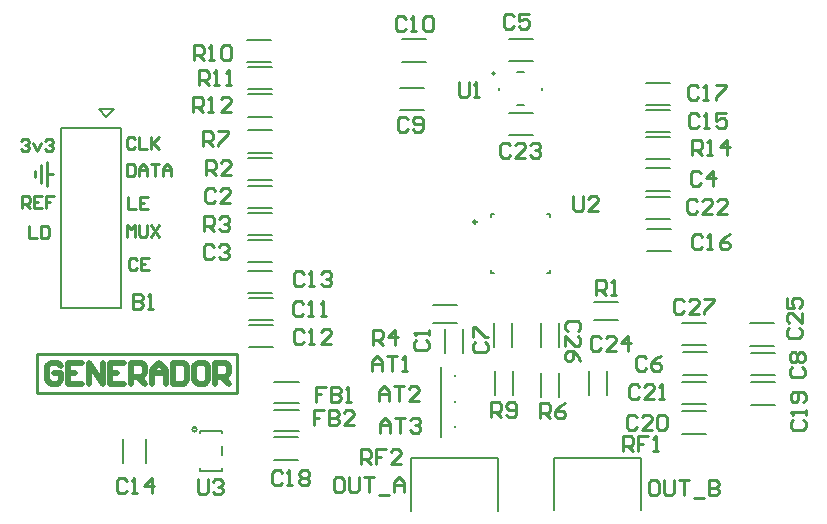
<source format=gto>
G04*
G04 #@! TF.GenerationSoftware,Altium Limited,Altium Designer,24.5.2 (23)*
G04*
G04 Layer_Color=65535*
%FSLAX25Y25*%
%MOIN*%
G70*
G04*
G04 #@! TF.SameCoordinates,466BDFCD-25A3-4837-BAAA-452BE7E626CC*
G04*
G04*
G04 #@! TF.FilePolarity,Positive*
G04*
G01*
G75*
%ADD10C,0.00500*%
%ADD11C,0.00984*%
%ADD12C,0.01000*%
%ADD13C,0.00787*%
%ADD14C,0.02000*%
D10*
X163639Y150894D02*
G03*
X163639Y150894I-557J0D01*
G01*
X64170Y32193D02*
G03*
X64170Y32193I-787J0D01*
G01*
X183228Y22795D02*
X212228D01*
Y5295D02*
Y22795D01*
X183228Y5295D02*
Y22795D01*
X145484Y38098D02*
Y53098D01*
Y38098D02*
Y43598D01*
Y29598D02*
Y38098D01*
X135484Y5098D02*
Y22598D01*
X164484Y5098D02*
Y22598D01*
X135484D02*
X164484D01*
X150181Y32902D02*
Y33295D01*
Y41402D02*
Y41795D01*
Y49870D02*
Y50264D01*
X146984Y57598D02*
Y65598D01*
X152984Y57598D02*
Y65598D01*
X81130Y106002D02*
X89130D01*
X81130Y113502D02*
X89130D01*
X81130Y95392D02*
X89130D01*
X81130Y87892D02*
X89130D01*
X214004Y111711D02*
X222004D01*
X214004Y119211D02*
X222004D01*
X168138Y155018D02*
X176138D01*
X168138Y162518D02*
X176138D01*
X226209Y50490D02*
X234209D01*
X226209Y57990D02*
X234209D01*
X163232Y59689D02*
Y67689D01*
X169232Y59689D02*
Y67689D01*
X249043Y50293D02*
X257043D01*
X249043Y57793D02*
X257043D01*
X131720Y138679D02*
X139720D01*
X131720Y146179D02*
X139720D01*
X132705Y154821D02*
X140705D01*
X132705Y162321D02*
X140705D01*
X81524Y76155D02*
X89524D01*
X81524Y68655D02*
X89524D01*
X81524Y67045D02*
X89524D01*
X81524Y59545D02*
X89524D01*
X39553Y21106D02*
Y29106D01*
X47054Y21106D02*
Y29106D01*
X214004Y131287D02*
X222004D01*
X214004Y138787D02*
X222004D01*
X214201Y91632D02*
X222201D01*
X214201Y99132D02*
X222201D01*
X214004Y140288D02*
X222004D01*
X214004Y147788D02*
X222004D01*
X89894Y22144D02*
X97894D01*
X89894Y29644D02*
X97894D01*
X249043Y40451D02*
X257043D01*
X249043Y47951D02*
X257043D01*
X226012Y38305D02*
X234012D01*
X226012Y30805D02*
X234012D01*
X225815Y40648D02*
X233815D01*
X225815Y48148D02*
X233815D01*
X214004Y102262D02*
X222004D01*
X214004Y109762D02*
X222004D01*
X196681Y74563D02*
X204681D01*
X196681Y68563D02*
X204681D01*
X81327Y122754D02*
X89327D01*
X81327Y115254D02*
X89327D01*
X81130Y96893D02*
X89130D01*
X81130Y104393D02*
X89130D01*
X142941Y67777D02*
X150941D01*
X142941Y73777D02*
X150941D01*
X178980Y43154D02*
Y51154D01*
X184980Y43154D02*
Y51154D01*
X81130Y124506D02*
X89130D01*
X81130Y132006D02*
X89130D01*
X163429Y43547D02*
Y51547D01*
X169429Y43547D02*
Y51547D01*
X80933Y162124D02*
X88933D01*
X80933Y154624D02*
X88933D01*
X81130Y145569D02*
X89130D01*
X81130Y153069D02*
X89130D01*
X81130Y136514D02*
X89130D01*
X81130Y144014D02*
X89130D01*
X214004Y122286D02*
X222004D01*
X214004Y129786D02*
X222004D01*
X165051Y145382D02*
Y146169D01*
X170957Y140264D02*
X173319D01*
X170957Y151287D02*
X173319D01*
X179224Y145382D02*
Y146169D01*
X65351Y31799D02*
X65744D01*
X65351Y31012D02*
Y31799D01*
X71650D02*
X72437D01*
Y31012D02*
Y31799D01*
X65744D02*
X71650D01*
X72437Y18413D02*
Y19201D01*
X65351Y18413D02*
Y19201D01*
Y18413D02*
X72437D01*
Y23531D02*
Y26681D01*
X168138Y137715D02*
X176138D01*
X168138Y130215D02*
X176138D01*
X194728Y43744D02*
Y51744D01*
X200728Y43744D02*
Y51744D01*
X248650Y60136D02*
X256650D01*
X248650Y67636D02*
X256650D01*
X178980Y59689D02*
Y67689D01*
X184980Y59689D02*
Y67689D01*
X226012Y67833D02*
X234012D01*
X226012Y60333D02*
X234012D01*
X18949Y72705D02*
X38949D01*
X33949Y136376D02*
X36449Y138876D01*
X31449D02*
X36449D01*
X31449D02*
X33949Y136376D01*
X18949Y132626D02*
X38949D01*
X18949Y72705D02*
Y132626D01*
X38949Y72705D02*
Y132626D01*
X81327Y85155D02*
X89327D01*
X81327Y77656D02*
X89327D01*
D11*
X157350Y101381D02*
G03*
X157350Y101381I-492J0D01*
G01*
D12*
X10917Y44398D02*
X77650D01*
X10917Y57193D02*
X77650D01*
Y44398D02*
Y57193D01*
X10917Y44398D02*
Y57193D01*
X14264Y117429D02*
X16232D01*
X10327Y116445D02*
Y118413D01*
X12295Y114476D02*
Y120382D01*
X14264Y113492D02*
Y121366D01*
X217369Y15248D02*
X215703D01*
X214870Y14415D01*
Y11083D01*
X215703Y10250D01*
X217369D01*
X218202Y11083D01*
Y14415D01*
X217369Y15248D01*
X219868D02*
Y11083D01*
X220702Y10250D01*
X222368D01*
X223201Y11083D01*
Y15248D01*
X224867D02*
X228199D01*
X226533D01*
Y10250D01*
X229865Y9417D02*
X233197D01*
X234864Y15248D02*
Y10250D01*
X237363D01*
X238196Y11083D01*
Y11916D01*
X237363Y12749D01*
X234864D01*
X237363D01*
X238196Y13582D01*
Y14415D01*
X237363Y15248D01*
X234864D01*
X8374Y100091D02*
Y96092D01*
X11040D01*
X12373Y100091D02*
Y96092D01*
X14372D01*
X15039Y96758D01*
Y99424D01*
X14372Y100091D01*
X12373D01*
X5815Y106131D02*
Y110130D01*
X7814D01*
X8481Y109464D01*
Y108131D01*
X7814Y107464D01*
X5815D01*
X7148D02*
X8481Y106131D01*
X12479Y110130D02*
X9814D01*
Y106131D01*
X12479D01*
X9814Y108131D02*
X11147D01*
X16478Y110130D02*
X13812D01*
Y108131D01*
X15145D01*
X13812D01*
Y106131D01*
X5618Y128361D02*
X6285Y129028D01*
X7617D01*
X8284Y128361D01*
Y127695D01*
X7617Y127028D01*
X6951D01*
X7617D01*
X8284Y126362D01*
Y125695D01*
X7617Y125029D01*
X6285D01*
X5618Y125695D01*
X9617Y127695D02*
X10950Y125029D01*
X12283Y127695D01*
X13615Y128361D02*
X14282Y129028D01*
X15615D01*
X16281Y128361D01*
Y127695D01*
X15615Y127028D01*
X14948D01*
X15615D01*
X16281Y126362D01*
Y125695D01*
X15615Y125029D01*
X14282D01*
X13615Y125695D01*
X40854Y96289D02*
Y100287D01*
X42187Y98954D01*
X43520Y100287D01*
Y96289D01*
X44853Y100287D02*
Y96955D01*
X45520Y96289D01*
X46852D01*
X47519Y96955D01*
Y100287D01*
X48852D02*
X51518Y96289D01*
Y100287D02*
X48852Y96289D01*
X43520Y129148D02*
X42854Y129815D01*
X41521D01*
X40854Y129148D01*
Y126483D01*
X41521Y125816D01*
X42854D01*
X43520Y126483D01*
X44853Y129815D02*
Y125816D01*
X47519D01*
X48852Y129815D02*
Y125816D01*
Y127149D01*
X51518Y129815D01*
X49518Y127816D01*
X51518Y125816D01*
X40854Y120563D02*
Y116564D01*
X42854D01*
X43520Y117231D01*
Y119896D01*
X42854Y120563D01*
X40854D01*
X44853Y116564D02*
Y119230D01*
X46186Y120563D01*
X47519Y119230D01*
Y116564D01*
Y118564D01*
X44853D01*
X48852Y120563D02*
X51518D01*
X50185D01*
Y116564D01*
X52851D02*
Y119230D01*
X54183Y120563D01*
X55516Y119230D01*
Y116564D01*
Y118564D01*
X52851D01*
X41248Y109539D02*
Y105541D01*
X43914D01*
X47912Y109539D02*
X45247D01*
Y105541D01*
X47912D01*
X45247Y107540D02*
X46580D01*
X44308Y88794D02*
X43641Y89461D01*
X42308D01*
X41642Y88794D01*
Y86128D01*
X42308Y85462D01*
X43641D01*
X44308Y86128D01*
X48306Y89461D02*
X45640D01*
Y85462D01*
X48306D01*
X45640Y87461D02*
X46973D01*
X112251Y16232D02*
X110585D01*
X109752Y15399D01*
Y12067D01*
X110585Y11234D01*
X112251D01*
X113084Y12067D01*
Y15399D01*
X112251Y16232D01*
X114750D02*
Y12067D01*
X115583Y11234D01*
X117250D01*
X118083Y12067D01*
Y16232D01*
X119749D02*
X123081D01*
X121415D01*
Y11234D01*
X124747Y10401D02*
X128079D01*
X129745Y11234D02*
Y14566D01*
X131412Y16232D01*
X133078Y14566D01*
Y11234D01*
Y13733D01*
X129745D01*
X125320Y31099D02*
Y34431D01*
X126986Y36098D01*
X128652Y34431D01*
Y31099D01*
Y33598D01*
X125320D01*
X130318Y36098D02*
X133650D01*
X131984D01*
Y31099D01*
X135317Y35265D02*
X136150Y36098D01*
X137816D01*
X138649Y35265D01*
Y34431D01*
X137816Y33598D01*
X136983D01*
X137816D01*
X138649Y32765D01*
Y31932D01*
X137816Y31099D01*
X136150D01*
X135317Y31932D01*
X124820Y41599D02*
Y44932D01*
X126486Y46598D01*
X128152Y44932D01*
Y41599D01*
Y44098D01*
X124820D01*
X129818Y46598D02*
X133150D01*
X131484D01*
Y41599D01*
X138149D02*
X134817D01*
X138149Y44932D01*
Y45765D01*
X137316Y46598D01*
X135650D01*
X134817Y45765D01*
X122653Y51599D02*
Y54931D01*
X124319Y56598D01*
X125985Y54931D01*
Y51599D01*
Y54098D01*
X122653D01*
X127651Y56598D02*
X130983D01*
X129317D01*
Y51599D01*
X132650D02*
X134316D01*
X133483D01*
Y56598D01*
X132650Y55765D01*
X137294Y61992D02*
X136461Y61159D01*
Y59493D01*
X137294Y58660D01*
X140627D01*
X141460Y59493D01*
Y61159D01*
X140627Y61992D01*
X141460Y63658D02*
Y65324D01*
Y64491D01*
X136461D01*
X137294Y63658D01*
X70320Y111812D02*
X69487Y112645D01*
X67821D01*
X66988Y111812D01*
Y108479D01*
X67821Y107647D01*
X69487D01*
X70320Y108479D01*
X75319Y107647D02*
X71987D01*
X75319Y110979D01*
Y111812D01*
X74486Y112645D01*
X72820D01*
X71987Y111812D01*
X69730Y93111D02*
X68897Y93944D01*
X67231D01*
X66398Y93111D01*
Y89779D01*
X67231Y88946D01*
X68897D01*
X69730Y89779D01*
X71396Y93111D02*
X72229Y93944D01*
X73895D01*
X74728Y93111D01*
Y92278D01*
X73895Y91445D01*
X73062D01*
X73895D01*
X74728Y90612D01*
Y89779D01*
X73895Y88946D01*
X72229D01*
X71396Y89779D01*
X232132Y117520D02*
X231298Y118353D01*
X229632D01*
X228799Y117520D01*
Y114188D01*
X229632Y113355D01*
X231298D01*
X232132Y114188D01*
X236297Y113355D02*
Y118353D01*
X233798Y115854D01*
X237130D01*
X169723Y169914D02*
X168890Y170747D01*
X167224D01*
X166391Y169914D01*
Y166582D01*
X167224Y165749D01*
X168890D01*
X169723Y166582D01*
X174721Y170747D02*
X171389D01*
Y168248D01*
X173055Y169081D01*
X173888D01*
X174721Y168248D01*
Y166582D01*
X173888Y165749D01*
X172222D01*
X171389Y166582D01*
X214021Y55906D02*
X213188Y56739D01*
X211522D01*
X210689Y55906D01*
Y52574D01*
X211522Y51741D01*
X213188D01*
X214021Y52574D01*
X219020Y56739D02*
X217354Y55906D01*
X215687Y54240D01*
Y52574D01*
X216520Y51741D01*
X218187D01*
X219020Y52574D01*
Y53407D01*
X218187Y54240D01*
X215687D01*
X156889Y61281D02*
X156056Y60448D01*
Y58782D01*
X156889Y57949D01*
X160221D01*
X161054Y58782D01*
Y60448D01*
X160221Y61281D01*
X156056Y62947D02*
Y66280D01*
X156889D01*
X160221Y62947D01*
X161054D01*
X262598Y53013D02*
X261765Y52180D01*
Y50514D01*
X262598Y49681D01*
X265930D01*
X266763Y50514D01*
Y52180D01*
X265930Y53013D01*
X262598Y54680D02*
X261765Y55513D01*
Y57179D01*
X262598Y58012D01*
X263431D01*
X264264Y57179D01*
X265097Y58012D01*
X265930D01*
X266763Y57179D01*
Y55513D01*
X265930Y54680D01*
X265097D01*
X264264Y55513D01*
X263431Y54680D01*
X262598D01*
X264264Y55513D02*
Y57179D01*
X134494Y135631D02*
X133661Y136464D01*
X131994D01*
X131161Y135631D01*
Y132298D01*
X131994Y131465D01*
X133661D01*
X134494Y132298D01*
X136160D02*
X136993Y131465D01*
X138659D01*
X139492Y132298D01*
Y135631D01*
X138659Y136464D01*
X136993D01*
X136160Y135631D01*
Y134798D01*
X136993Y133965D01*
X139492D01*
X133789Y169095D02*
X132956Y169928D01*
X131290D01*
X130457Y169095D01*
Y165763D01*
X131290Y164930D01*
X132956D01*
X133789Y165763D01*
X135455Y164930D02*
X137121D01*
X136288D01*
Y169928D01*
X135455Y169095D01*
X139620D02*
X140454Y169928D01*
X142120D01*
X142953Y169095D01*
Y165763D01*
X142120Y164930D01*
X140454D01*
X139620Y165763D01*
Y169095D01*
X99583Y74071D02*
X98750Y74904D01*
X97083D01*
X96250Y74071D01*
Y70738D01*
X97083Y69905D01*
X98750D01*
X99583Y70738D01*
X101249Y69905D02*
X102915D01*
X102082D01*
Y74904D01*
X101249Y74071D01*
X105414Y69905D02*
X107080D01*
X106247D01*
Y74904D01*
X105414Y74071D01*
X99734Y64764D02*
X98901Y65598D01*
X97235D01*
X96402Y64764D01*
Y61432D01*
X97235Y60599D01*
X98901D01*
X99734Y61432D01*
X101400Y60599D02*
X103066D01*
X102233D01*
Y65598D01*
X101400Y64764D01*
X108898Y60599D02*
X105565D01*
X108898Y63932D01*
Y64764D01*
X108064Y65598D01*
X106398D01*
X105565Y64764D01*
X40876Y15158D02*
X40042Y15991D01*
X38376D01*
X37543Y15158D01*
Y11826D01*
X38376Y10993D01*
X40042D01*
X40876Y11826D01*
X42542Y10993D02*
X44208D01*
X43375D01*
Y15991D01*
X42542Y15158D01*
X49206Y10993D02*
Y15991D01*
X46707Y13492D01*
X50039D01*
X231427Y136758D02*
X230594Y137591D01*
X228928D01*
X228095Y136758D01*
Y133425D01*
X228928Y132592D01*
X230594D01*
X231427Y133425D01*
X233093Y132592D02*
X234759D01*
X233926D01*
Y137591D01*
X233093Y136758D01*
X240591Y137591D02*
X237258D01*
Y135092D01*
X238924Y135925D01*
X239757D01*
X240591Y135092D01*
Y133425D01*
X239757Y132592D01*
X238091D01*
X237258Y133425D01*
X232608Y96457D02*
X231775Y97290D01*
X230109D01*
X229276Y96457D01*
Y93125D01*
X230109Y92292D01*
X231775D01*
X232608Y93125D01*
X234274Y92292D02*
X235940D01*
X235107D01*
Y97290D01*
X234274Y96457D01*
X241772Y97290D02*
X240106Y96457D01*
X238439Y94791D01*
Y93125D01*
X239272Y92292D01*
X240938D01*
X241772Y93125D01*
Y93958D01*
X240938Y94791D01*
X238439D01*
X231230Y146206D02*
X230397Y147040D01*
X228731D01*
X227898Y146206D01*
Y142874D01*
X228731Y142041D01*
X230397D01*
X231230Y142874D01*
X232896Y142041D02*
X234562D01*
X233729D01*
Y147040D01*
X232896Y146206D01*
X237061Y147040D02*
X240394D01*
Y146206D01*
X237061Y142874D01*
Y142041D01*
X92553Y17717D02*
X91720Y18550D01*
X90054D01*
X89221Y17717D01*
Y14385D01*
X90054Y13552D01*
X91720D01*
X92553Y14385D01*
X94219Y13552D02*
X95885D01*
X95052D01*
Y18550D01*
X94219Y17717D01*
X98384D02*
X99218Y18550D01*
X100884D01*
X101717Y17717D01*
Y16884D01*
X100884Y16051D01*
X101717Y15218D01*
Y14385D01*
X100884Y13552D01*
X99218D01*
X98384Y14385D01*
Y15218D01*
X99218Y16051D01*
X98384Y16884D01*
Y17717D01*
X99218Y16051D02*
X100884D01*
X262991Y35380D02*
X262158Y34547D01*
Y32880D01*
X262991Y32047D01*
X266324D01*
X267157Y32880D01*
Y34547D01*
X266324Y35380D01*
X267157Y37046D02*
Y38712D01*
Y37879D01*
X262158D01*
X262991Y37046D01*
X266324Y41211D02*
X267157Y42044D01*
Y43710D01*
X266324Y44543D01*
X262991D01*
X262158Y43710D01*
Y42044D01*
X262991Y41211D01*
X263824D01*
X264657Y42044D01*
Y44543D01*
X210735Y36221D02*
X209902Y37054D01*
X208236D01*
X207402Y36221D01*
Y32889D01*
X208236Y32056D01*
X209902D01*
X210735Y32889D01*
X215733Y32056D02*
X212401D01*
X215733Y35388D01*
Y36221D01*
X214900Y37054D01*
X213234D01*
X212401Y36221D01*
X217399D02*
X218232Y37054D01*
X219898D01*
X220731Y36221D01*
Y32889D01*
X219898Y32056D01*
X218232D01*
X217399Y32889D01*
Y36221D01*
X211568Y46457D02*
X210735Y47291D01*
X209069D01*
X208236Y46457D01*
Y43125D01*
X209069Y42292D01*
X210735D01*
X211568Y43125D01*
X216566Y42292D02*
X213234D01*
X216566Y45624D01*
Y46457D01*
X215733Y47291D01*
X214067D01*
X213234Y46457D01*
X218232Y42292D02*
X219898D01*
X219065D01*
Y47291D01*
X218232Y46457D01*
X231010Y108268D02*
X230177Y109102D01*
X228511D01*
X227678Y108268D01*
Y104936D01*
X228511Y104103D01*
X230177D01*
X231010Y104936D01*
X236009Y104103D02*
X232676D01*
X236009Y107435D01*
Y108268D01*
X235176Y109102D01*
X233509D01*
X232676Y108268D01*
X241007Y104103D02*
X237675D01*
X241007Y107435D01*
Y108268D01*
X240174Y109102D01*
X238508D01*
X237675Y108268D01*
X107143Y46503D02*
X103811D01*
Y44004D01*
X105477D01*
X103811D01*
Y41505D01*
X108809Y46503D02*
Y41505D01*
X111308D01*
X112141Y42338D01*
Y43171D01*
X111308Y44004D01*
X108809D01*
X111308D01*
X112141Y44837D01*
Y45670D01*
X111308Y46503D01*
X108809D01*
X113807Y41505D02*
X115473D01*
X114640D01*
Y46503D01*
X113807Y45670D01*
X106507Y38629D02*
X103174D01*
Y36130D01*
X104841D01*
X103174D01*
Y33631D01*
X108173Y38629D02*
Y33631D01*
X110672D01*
X111505Y34464D01*
Y35297D01*
X110672Y36130D01*
X108173D01*
X110672D01*
X111505Y36963D01*
Y37796D01*
X110672Y38629D01*
X108173D01*
X116503Y33631D02*
X113171D01*
X116503Y36963D01*
Y37796D01*
X115670Y38629D01*
X114004D01*
X113171Y37796D01*
X118820Y20599D02*
Y25598D01*
X121319D01*
X122152Y24765D01*
Y23098D01*
X121319Y22265D01*
X118820D01*
X120486D02*
X122152Y20599D01*
X127150Y25598D02*
X123818D01*
Y23098D01*
X125484D01*
X123818D01*
Y20599D01*
X132149D02*
X128816D01*
X132149Y23932D01*
Y24765D01*
X131316Y25598D01*
X129650D01*
X128816Y24765D01*
X197349Y77135D02*
Y82133D01*
X199848D01*
X200681Y81300D01*
Y79634D01*
X199848Y78801D01*
X197349D01*
X199015D02*
X200681Y77135D01*
X202347D02*
X204013D01*
X203180D01*
Y82133D01*
X202347Y81300D01*
X67185Y116899D02*
Y121897D01*
X69684D01*
X70517Y121064D01*
Y119398D01*
X69684Y118565D01*
X67185D01*
X68851D02*
X70517Y116899D01*
X75516D02*
X72184D01*
X75516Y120231D01*
Y121064D01*
X74683Y121897D01*
X73017D01*
X72184Y121064D01*
X66594Y98340D02*
Y103339D01*
X69094D01*
X69927Y102506D01*
Y100840D01*
X69094Y100006D01*
X66594D01*
X68261D02*
X69927Y98340D01*
X71593Y102506D02*
X72426Y103339D01*
X74092D01*
X74925Y102506D01*
Y101673D01*
X74092Y100840D01*
X73259D01*
X74092D01*
X74925Y100006D01*
Y99173D01*
X74092Y98340D01*
X72426D01*
X71593Y99173D01*
X122835Y60502D02*
Y65501D01*
X125334D01*
X126167Y64667D01*
Y63001D01*
X125334Y62168D01*
X122835D01*
X124501D02*
X126167Y60502D01*
X130332D02*
Y65501D01*
X127833Y63001D01*
X131165D01*
X178602Y35993D02*
Y40991D01*
X181102D01*
X181935Y40158D01*
Y38492D01*
X181102Y37659D01*
X178602D01*
X180269D02*
X181935Y35993D01*
X186933Y40991D02*
X185267Y40158D01*
X183601Y38492D01*
Y36826D01*
X184434Y35993D01*
X186100D01*
X186933Y36826D01*
Y37659D01*
X186100Y38492D01*
X183601D01*
X66201Y126544D02*
Y131543D01*
X68700D01*
X69533Y130709D01*
Y129043D01*
X68700Y128210D01*
X66201D01*
X67867D02*
X69533Y126544D01*
X71199Y131543D02*
X74532D01*
Y130709D01*
X71199Y127377D01*
Y126544D01*
X162264Y36190D02*
Y41188D01*
X164763D01*
X165596Y40355D01*
Y38689D01*
X164763Y37856D01*
X162264D01*
X163930D02*
X165596Y36190D01*
X167262Y37023D02*
X168095Y36190D01*
X169761D01*
X170595Y37023D01*
Y40355D01*
X169761Y41188D01*
X168095D01*
X167262Y40355D01*
Y39522D01*
X168095Y38689D01*
X170595D01*
X63134Y155284D02*
Y160283D01*
X65633D01*
X66466Y159450D01*
Y157783D01*
X65633Y156950D01*
X63134D01*
X64800D02*
X66466Y155284D01*
X68132D02*
X69798D01*
X68965D01*
Y160283D01*
X68132Y159450D01*
X72298D02*
X73131Y160283D01*
X74797D01*
X75630Y159450D01*
Y156117D01*
X74797Y155284D01*
X73131D01*
X72298Y156117D01*
Y159450D01*
X64754Y147017D02*
Y152015D01*
X67254D01*
X68087Y151182D01*
Y149516D01*
X67254Y148683D01*
X64754D01*
X66421D02*
X68087Y147017D01*
X69753D02*
X71419D01*
X70586D01*
Y152015D01*
X69753Y151182D01*
X73918Y147017D02*
X75584D01*
X74751D01*
Y152015D01*
X73918Y151182D01*
X62937Y138158D02*
Y143157D01*
X65436D01*
X66269Y142324D01*
Y140657D01*
X65436Y139824D01*
X62937D01*
X64603D02*
X66269Y138158D01*
X67935D02*
X69602D01*
X68769D01*
Y143157D01*
X67935Y142324D01*
X75433Y138158D02*
X72101D01*
X75433Y141491D01*
Y142324D01*
X74600Y143157D01*
X72934D01*
X72101Y142324D01*
X229276Y123734D02*
Y128733D01*
X231775D01*
X232608Y127899D01*
Y126233D01*
X231775Y125400D01*
X229276D01*
X230942D02*
X232608Y123734D01*
X234274D02*
X235940D01*
X235107D01*
Y128733D01*
X234274Y127899D01*
X240938Y123734D02*
Y128733D01*
X238439Y126233D01*
X241772D01*
X151483Y147881D02*
Y143716D01*
X152316Y142883D01*
X153982D01*
X154815Y143716D01*
Y147881D01*
X156481Y142883D02*
X158147D01*
X157314D01*
Y147881D01*
X156481Y147048D01*
X64429Y15598D02*
Y11432D01*
X65262Y10599D01*
X66928D01*
X67761Y11432D01*
Y15598D01*
X69428Y14765D02*
X70261Y15598D01*
X71927D01*
X72760Y14765D01*
Y13931D01*
X71927Y13098D01*
X71094D01*
X71927D01*
X72760Y12265D01*
Y11432D01*
X71927Y10599D01*
X70261D01*
X69428Y11432D01*
X189626Y109889D02*
Y105724D01*
X190459Y104891D01*
X192125D01*
X192958Y105724D01*
Y109889D01*
X197957Y104891D02*
X194624D01*
X197957Y108223D01*
Y109056D01*
X197124Y109889D01*
X195457D01*
X194624Y109056D01*
X168609Y126969D02*
X167776Y127802D01*
X166110D01*
X165276Y126969D01*
Y123637D01*
X166110Y122804D01*
X167776D01*
X168609Y123637D01*
X173607Y122804D02*
X170275D01*
X173607Y126136D01*
Y126969D01*
X172774Y127802D01*
X171108D01*
X170275Y126969D01*
X175273D02*
X176106Y127802D01*
X177772D01*
X178605Y126969D01*
Y126136D01*
X177772Y125303D01*
X176939D01*
X177772D01*
X178605Y124470D01*
Y123637D01*
X177772Y122804D01*
X176106D01*
X175273Y123637D01*
X198727Y62599D02*
X197894Y63432D01*
X196228D01*
X195395Y62599D01*
Y59267D01*
X196228Y58434D01*
X197894D01*
X198727Y59267D01*
X203725Y58434D02*
X200393D01*
X203725Y61766D01*
Y62599D01*
X202892Y63432D01*
X201226D01*
X200393Y62599D01*
X207891Y58434D02*
Y63432D01*
X205391Y60933D01*
X208724D01*
X261613Y66065D02*
X260780Y65232D01*
Y63566D01*
X261613Y62733D01*
X264946D01*
X265779Y63566D01*
Y65232D01*
X264946Y66065D01*
X265779Y71064D02*
Y67731D01*
X262446Y71064D01*
X261613D01*
X260780Y70231D01*
Y68565D01*
X261613Y67731D01*
X260780Y76062D02*
Y72730D01*
X263280D01*
X262446Y74396D01*
Y75229D01*
X263280Y76062D01*
X264946D01*
X265779Y75229D01*
Y73563D01*
X264946Y72730D01*
X191127Y64856D02*
X191960Y65689D01*
Y67355D01*
X191127Y68188D01*
X187794D01*
X186961Y67355D01*
Y65689D01*
X187794Y64856D01*
X186961Y59857D02*
Y63190D01*
X190294Y59857D01*
X191127D01*
X191960Y60690D01*
Y62357D01*
X191127Y63190D01*
X191960Y54859D02*
X191127Y56525D01*
X189461Y58191D01*
X187794D01*
X186961Y57358D01*
Y55692D01*
X187794Y54859D01*
X188628D01*
X189461Y55692D01*
Y58191D01*
X226483Y75001D02*
X225650Y75834D01*
X223984D01*
X223150Y75001D01*
Y71668D01*
X223984Y70836D01*
X225650D01*
X226483Y71668D01*
X231481Y70836D02*
X228149D01*
X231481Y74168D01*
Y75001D01*
X230648Y75834D01*
X228982D01*
X228149Y75001D01*
X233147Y75834D02*
X236479D01*
Y75001D01*
X233147Y71668D01*
Y70836D01*
X206267Y24969D02*
Y29968D01*
X208766D01*
X209599Y29135D01*
Y27468D01*
X208766Y26635D01*
X206267D01*
X207933D02*
X209599Y24969D01*
X214598Y29968D02*
X211265D01*
Y27468D01*
X212931D01*
X211265D01*
Y24969D01*
X216264D02*
X217930D01*
X217097D01*
Y29968D01*
X216264Y29135D01*
X42821Y77409D02*
Y72410D01*
X45320D01*
X46154Y73243D01*
Y74076D01*
X45320Y74910D01*
X42821D01*
X45320D01*
X46154Y75743D01*
Y76576D01*
X45320Y77409D01*
X42821D01*
X47820Y72410D02*
X49486D01*
X48653D01*
Y77409D01*
X47820Y76576D01*
X99734Y84056D02*
X98901Y84889D01*
X97235D01*
X96402Y84056D01*
Y80724D01*
X97235Y79891D01*
X98901D01*
X99734Y80724D01*
X101400Y79891D02*
X103066D01*
X102233D01*
Y84889D01*
X101400Y84056D01*
X105565D02*
X106398Y84889D01*
X108064D01*
X108898Y84056D01*
Y83223D01*
X108064Y82390D01*
X107231D01*
X108064D01*
X108898Y81557D01*
Y80724D01*
X108064Y79891D01*
X106398D01*
X105565Y80724D01*
D13*
X90039Y48039D02*
X98142D01*
X90039Y41150D02*
X98142D01*
X90039Y38591D02*
X98142D01*
X90039Y31701D02*
X98142D01*
X162295Y84353D02*
X163279D01*
X162295D02*
Y85338D01*
Y103054D02*
Y104038D01*
X163279D01*
X181980Y84353D02*
Y85338D01*
X180996Y84353D02*
X181980D01*
Y103054D02*
Y104038D01*
X180996D02*
X181980D01*
D14*
X18960Y53239D02*
X17794Y54405D01*
X15462D01*
X14295Y53239D01*
Y48574D01*
X15462Y47408D01*
X17794D01*
X18960Y48574D01*
Y50907D01*
X16628D01*
X25958Y54405D02*
X21293D01*
Y47408D01*
X25958D01*
X21293Y50907D02*
X23626D01*
X28291Y47408D02*
Y54405D01*
X32956Y47408D01*
Y54405D01*
X39954D02*
X35289D01*
Y47408D01*
X39954D01*
X35289Y50907D02*
X37621D01*
X42286Y47408D02*
Y54405D01*
X45785D01*
X46951Y53239D01*
Y50907D01*
X45785Y49740D01*
X42286D01*
X44619D02*
X46951Y47408D01*
X49284D02*
Y52073D01*
X51617Y54405D01*
X53949Y52073D01*
Y47408D01*
Y50907D01*
X49284D01*
X56282Y54405D02*
Y47408D01*
X59781D01*
X60947Y48574D01*
Y53239D01*
X59781Y54405D01*
X56282D01*
X66778D02*
X64446D01*
X63279Y53239D01*
Y48574D01*
X64446Y47408D01*
X66778D01*
X67945Y48574D01*
Y53239D01*
X66778Y54405D01*
X70277Y47408D02*
Y54405D01*
X73776D01*
X74942Y53239D01*
Y50907D01*
X73776Y49740D01*
X70277D01*
X72610D02*
X74942Y47408D01*
M02*

</source>
